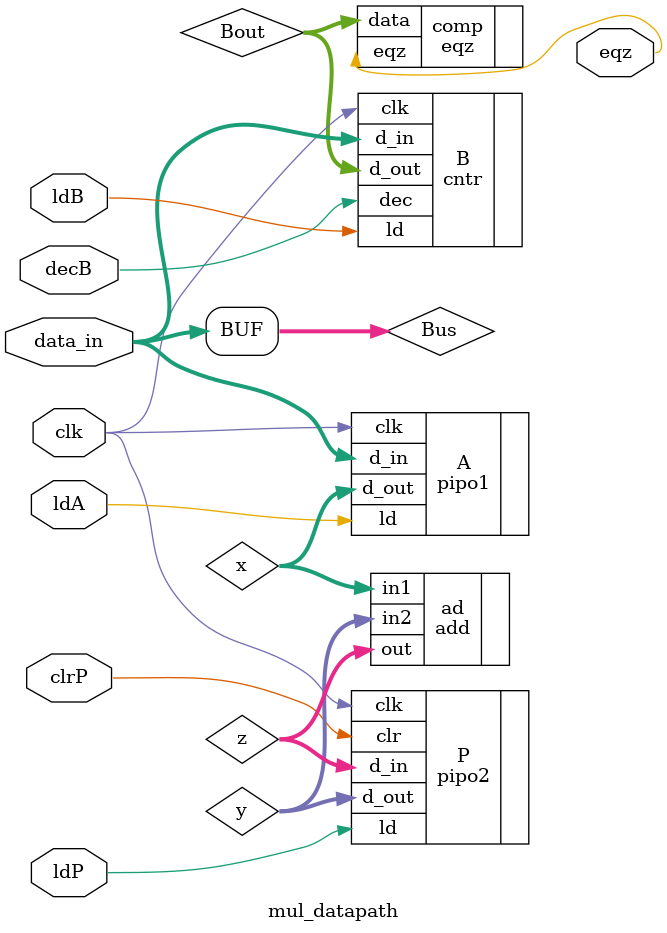
<source format=v>
`timescale 1ns / 1ps
module mul_datapath(
    input ldA, ldB,ldP,clrP,decB,clk,
    input [15:0] data_in,
    output eqz
    );
    wire [15:0]x,y,z,Bout,Bus;
    
    pipo1 A(.d_out(x),.d_in(Bus),.ld(ldA),.clk(clk));
    pipo2 P(.d_out(y), .d_in(z), .ld(ldP), .clr(clrP), .clk(clk));
    cntr B(.d_out(Bout), .d_in(Bus), .ld(ldB), .dec(decB), .clk(clk));
    add ad(.out(z), .in1(x), .in2(y));
    eqz comp(.eqz(eqz),.data(Bout));
    
    assign Bus = data_in;
    
endmodule

</source>
